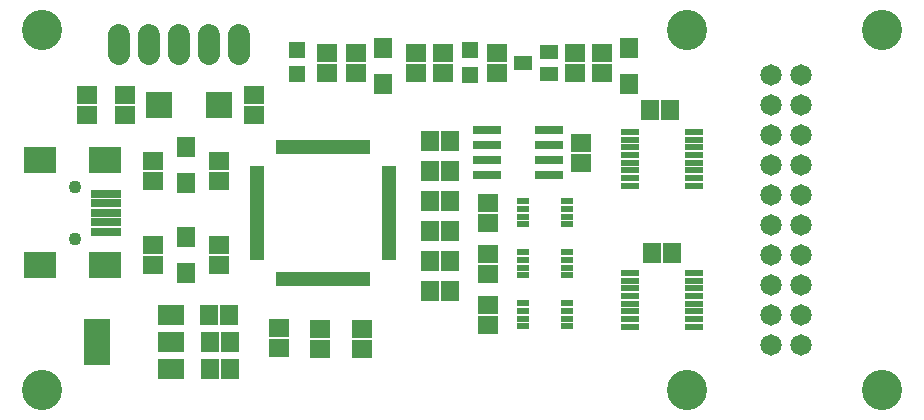
<source format=gts>
G75*
G70*
%OFA0B0*%
%FSLAX24Y24*%
%IPPOS*%
%LPD*%
%AMOC8*
5,1,8,0,0,1.08239X$1,22.5*
%
%ADD10C,0.1340*%
%ADD11R,0.0592X0.0671*%
%ADD12R,0.0671X0.0592*%
%ADD13R,0.0631X0.0710*%
%ADD14R,0.0946X0.0316*%
%ADD15R,0.0867X0.0671*%
%ADD16R,0.0867X0.1576*%
%ADD17R,0.0186X0.0474*%
%ADD18R,0.0474X0.0186*%
%ADD19C,0.0720*%
%ADD20R,0.0552X0.0552*%
%ADD21R,0.0395X0.0237*%
%ADD22R,0.0631X0.0474*%
%ADD23R,0.0643X0.0218*%
%ADD24C,0.0714*%
%ADD25R,0.0880X0.0880*%
%ADD26R,0.1064X0.0867*%
%ADD27R,0.0986X0.0277*%
%ADD28C,0.0434*%
D10*
X004558Y003852D03*
X026058Y003852D03*
X032558Y003852D03*
X032558Y015852D03*
X026058Y015852D03*
X004558Y015852D03*
D11*
X017492Y012152D03*
X018161Y012152D03*
X018161Y011152D03*
X017492Y011152D03*
X017492Y010152D03*
X018161Y010152D03*
X018161Y009152D03*
X017492Y009152D03*
X017492Y008152D03*
X018161Y008152D03*
X018161Y007152D03*
X017492Y007152D03*
X010792Y006352D03*
X010123Y006352D03*
X010142Y005452D03*
X010811Y005452D03*
X010811Y004552D03*
X010142Y004552D03*
X024892Y008402D03*
X025561Y008402D03*
X025492Y013184D03*
X024823Y013184D03*
D12*
X023226Y014418D03*
X022326Y014418D03*
X022326Y015087D03*
X023226Y015087D03*
X019726Y015087D03*
X019726Y014418D03*
X017926Y014418D03*
X017026Y014418D03*
X017026Y015087D03*
X017926Y015087D03*
X015026Y015087D03*
X014058Y015087D03*
X014058Y014418D03*
X015026Y014418D03*
X011626Y013687D03*
X011626Y013018D03*
X010458Y011487D03*
X010458Y010818D03*
X008258Y010818D03*
X008258Y011487D03*
X007308Y013018D03*
X007308Y013687D03*
X006058Y013687D03*
X006058Y013018D03*
X008258Y008687D03*
X008258Y008018D03*
X010458Y008018D03*
X010458Y008687D03*
X012458Y005905D03*
X012458Y005236D03*
X013826Y005218D03*
X013826Y005887D03*
X015226Y005887D03*
X015226Y005218D03*
X019426Y006018D03*
X019426Y006687D03*
X019426Y007718D03*
X019426Y008387D03*
X019426Y009418D03*
X019426Y010087D03*
X022526Y011418D03*
X022526Y012087D03*
D13*
X024126Y014062D03*
X024126Y015243D03*
X015926Y015243D03*
X015926Y014062D03*
X009358Y011943D03*
X009358Y010762D03*
X009358Y008943D03*
X009358Y007762D03*
D14*
X019403Y011002D03*
X019403Y011502D03*
X019403Y012002D03*
X019403Y012502D03*
X021450Y012502D03*
X021450Y012002D03*
X021450Y011502D03*
X021450Y011002D03*
D15*
X008866Y006358D03*
X008866Y005452D03*
X008866Y004547D03*
D16*
X006386Y005452D03*
D17*
X012450Y007548D03*
X012647Y007548D03*
X012844Y007548D03*
X013040Y007548D03*
X013237Y007548D03*
X013434Y007548D03*
X013631Y007548D03*
X013828Y007548D03*
X014025Y007548D03*
X014222Y007548D03*
X014418Y007548D03*
X014615Y007548D03*
X014812Y007548D03*
X015009Y007548D03*
X015206Y007548D03*
X015403Y007548D03*
X015403Y011957D03*
X015206Y011957D03*
X015009Y011957D03*
X014812Y011957D03*
X014615Y011957D03*
X014418Y011957D03*
X014222Y011957D03*
X014025Y011957D03*
X013828Y011957D03*
X013631Y011957D03*
X013434Y011957D03*
X013237Y011957D03*
X013040Y011957D03*
X012844Y011957D03*
X012647Y011957D03*
X012450Y011957D03*
D18*
X011722Y011229D03*
X011722Y011032D03*
X011722Y010835D03*
X011722Y010638D03*
X011722Y010441D03*
X011722Y010244D03*
X011722Y010048D03*
X011722Y009851D03*
X011722Y009654D03*
X011722Y009457D03*
X011722Y009260D03*
X011722Y009063D03*
X011722Y008866D03*
X011722Y008670D03*
X011722Y008473D03*
X011722Y008276D03*
X016131Y008276D03*
X016131Y008473D03*
X016131Y008670D03*
X016131Y008866D03*
X016131Y009063D03*
X016131Y009260D03*
X016131Y009457D03*
X016131Y009654D03*
X016131Y009851D03*
X016131Y010048D03*
X016131Y010244D03*
X016131Y010441D03*
X016131Y010638D03*
X016131Y010835D03*
X016131Y011032D03*
X016131Y011229D03*
D19*
X011126Y015032D02*
X011126Y015672D01*
X010126Y015672D02*
X010126Y015032D01*
X009126Y015032D02*
X009126Y015672D01*
X008126Y015672D02*
X008126Y015032D01*
X007126Y015032D02*
X007126Y015672D01*
D20*
X013052Y015197D03*
X013052Y014370D03*
X018826Y014339D03*
X018826Y015166D03*
D21*
X020588Y010136D03*
X020588Y009880D03*
X020588Y009624D03*
X020588Y009368D03*
X022064Y009368D03*
X022064Y009624D03*
X022064Y009880D03*
X022064Y010136D03*
X022064Y008436D03*
X022064Y008180D03*
X022064Y007924D03*
X022064Y007668D03*
X020588Y007668D03*
X020588Y007924D03*
X020588Y008180D03*
X020588Y008436D03*
X020588Y006736D03*
X020588Y006480D03*
X020588Y006224D03*
X020588Y005968D03*
X022064Y005968D03*
X022064Y006224D03*
X022064Y006480D03*
X022064Y006736D03*
D22*
X021459Y014378D03*
X020593Y014752D03*
X021459Y015126D03*
D23*
X024163Y012448D03*
X024163Y012192D03*
X024163Y011936D03*
X024163Y011680D03*
X024163Y011424D03*
X024163Y011168D03*
X024163Y010913D03*
X024163Y010657D03*
X026289Y010657D03*
X026289Y010913D03*
X026289Y011168D03*
X026289Y011424D03*
X026289Y011680D03*
X026289Y011936D03*
X026289Y012192D03*
X026289Y012448D03*
X026289Y007748D03*
X026289Y007492D03*
X026289Y007236D03*
X026289Y006980D03*
X026289Y006724D03*
X026289Y006468D03*
X026289Y006213D03*
X026289Y005957D03*
X024163Y005957D03*
X024163Y006213D03*
X024163Y006468D03*
X024163Y006724D03*
X024163Y006980D03*
X024163Y007236D03*
X024163Y007492D03*
X024163Y007748D03*
D24*
X028858Y007352D03*
X029858Y007352D03*
X029858Y006352D03*
X028858Y006352D03*
X028858Y005352D03*
X029858Y005352D03*
X029858Y008352D03*
X028858Y008352D03*
X028858Y009352D03*
X029858Y009352D03*
X029858Y010352D03*
X028858Y010352D03*
X028858Y011352D03*
X029858Y011352D03*
X029858Y012352D03*
X028858Y012352D03*
X028858Y013352D03*
X029858Y013352D03*
X029858Y014352D03*
X028858Y014352D03*
D25*
X010458Y013352D03*
X008458Y013352D03*
D26*
X006642Y011504D03*
X004477Y011504D03*
X004477Y008000D03*
X006642Y008000D03*
D27*
X006681Y009122D03*
X006681Y009437D03*
X006681Y009752D03*
X006681Y010067D03*
X006681Y010382D03*
D28*
X005658Y010618D03*
X005658Y008886D03*
M02*

</source>
